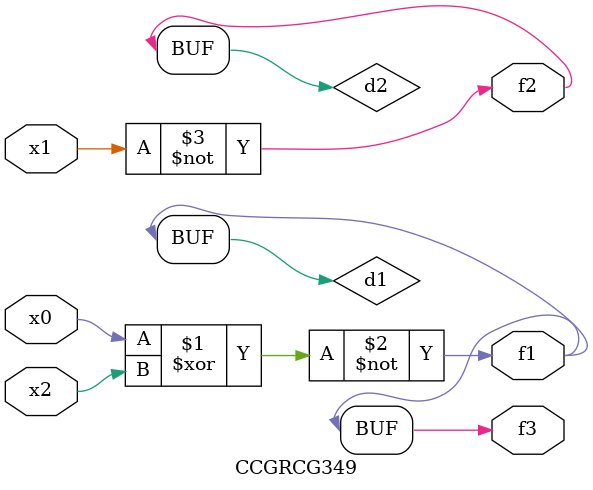
<source format=v>
module CCGRCG349(
	input x0, x1, x2,
	output f1, f2, f3
);

	wire d1, d2, d3;

	xnor (d1, x0, x2);
	nand (d2, x1);
	nor (d3, x1, x2);
	assign f1 = d1;
	assign f2 = d2;
	assign f3 = d1;
endmodule

</source>
